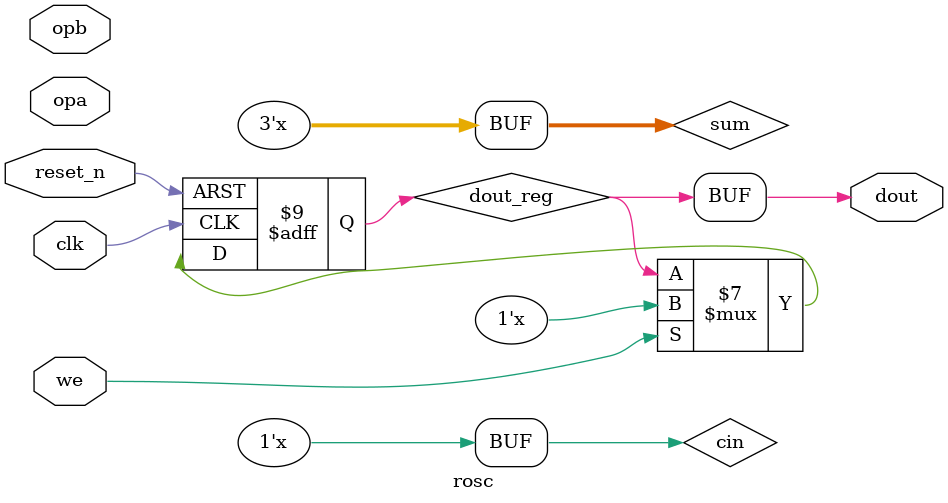
<source format=v>

module rosc #(parameter WIDTH = 2)
             (
              input wire                   clk,
              input wire                   reset_n,

              input wire                   we,

              input wire [(WIDTH - 1) : 0] opa,
              input wire [(WIDTH - 1) : 0] opb,

              output wire                  dout
             );

  //----------------------------------------------------------------
  // Registers.
  //----------------------------------------------------------------
  reg dout_reg;


  //----------------------------------------------------------------
  // Wires.
  //----------------------------------------------------------------
  reg [WIDTH : 0] sum;
  reg 	          cin;


  //----------------------------------------------------------------
  // Concurrent assignment.
  //----------------------------------------------------------------
  assign dout = dout_reg;


  //----------------------------------------------------------------
  // reg_update
  //----------------------------------------------------------------
     always @ (posedge clk or negedge reset_n)
       begin
         if (!reset_n)
           begin
             dout_reg <= 1'b0;
           end
         else
           begin
             if (we)
               begin
                 dout_reg <= cin;
               end
           end
       end


  //----------------------------------------------------------------
  // adder_osc
  //
  // Adder logic that generates the oscillator.
  //
  // NOTE: This logic contains a combinational loop and does
  // not play well with an event driven simulator.
  //----------------------------------------------------------------
  always @*
    begin: adder_osc
      cin = ~sum[WIDTH];
      sum = opa + opb + cin;
    end
endmodule // rosc

//======================================================================
// EOF rosc.v
//======================================================================

</source>
